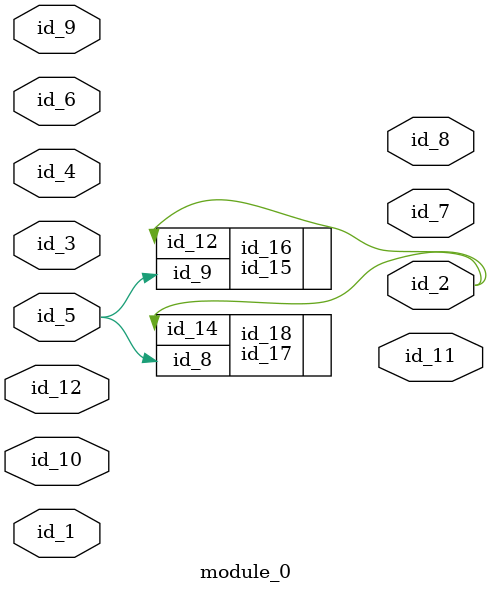
<source format=v>
module module_0 (
    id_1,
    id_2,
    id_3,
    id_4,
    id_5,
    id_6,
    id_7,
    id_8,
    id_9,
    id_10,
    id_11,
    id_12
);
  input id_12;
  output id_11;
  input id_10;
  input id_9;
  output id_8;
  output id_7;
  input id_6;
  input id_5;
  input id_4;
  input id_3;
  output id_2;
  input id_1;
  id_13 id_14 (
      .id_9 (id_1),
      .id_12(id_4),
      .id_3 (id_3),
      .id_2 (id_6)
  );
  id_15 id_16 (
      .id_9 (id_5),
      .id_12(id_2)
  );
  id_17 id_18 (
      .id_14(id_2),
      .id_8 (id_5)
  );
endmodule

</source>
